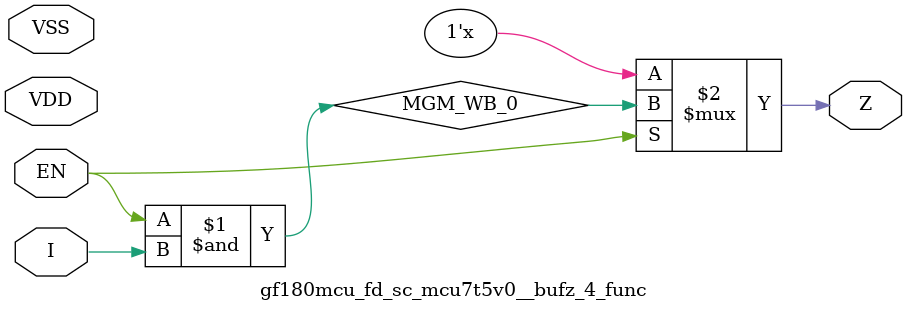
<source format=v>

module gf180mcu_fd_sc_mcu7t5v0__bufz_4_func( EN, I, Z, VDD, VSS );
input EN, I;
inout VDD, VSS;
output Z;

	wire MGM_WB_0;

	wire MGM_WB_1;

	and MGM_BG_0( MGM_WB_0, EN, I );

	not MGM_BG_1( MGM_WB_1, EN );

	bufif0 MGM_BG_2( Z, MGM_WB_0,MGM_WB_1 );

endmodule

</source>
